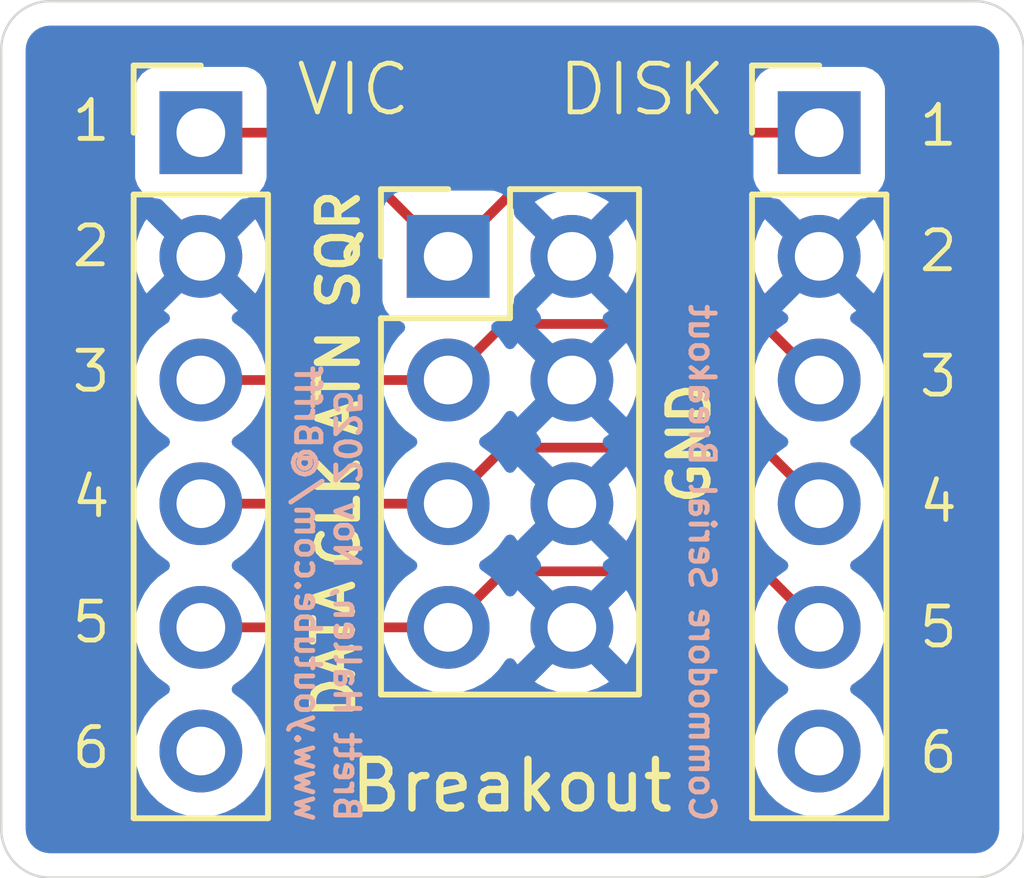
<source format=kicad_pcb>
(kicad_pcb (version 20241229) (generator "pcbnew") (generator_version "9.0")
  (title_block (title "Breakout Board for Commodore Serial Port") (date "6/NOV/2025") (rev "A") (company "Brett Hallen") (comment 1 "www.youtube.com/@Brfff"))
  (layers (0 "F.Cu" signal) (2 "B.Cu" signal) (13 "F.Paste" user) (15 "B.Paste" user) (5 "F.SilkS" user "F.Silkscreen") (7 "B.SilkS" user "B.Silkscreen") (1 "F.Mask" user) (3 "B.Mask" user) (25 "Edge.Cuts" user))
  (net 0 "")
  (net 2 "/SERIAL ATN I{slash}O")
  (net 3 "/GND")
  (net 4 "/SERIAL CLK I{slash}O")
  (net 5 "/SERIAL DATA I{slash}O")
  (net 6 "/SERIAL SRQ IN")
  (footprint "Connector_PinHeader_2.54mm:PinHeader_1x06_P2.54mm_Vertical" (layer "F.Cu") (at 65.1 47.22)
    (property "Reference" "J1" (hide yes))
    (property "Value" "VIC_Serial" (hide yes))
    (fp_line (start -1.38 -1.38) (end 0 -1.38) (stroke (width 0.12)) (layer "F.SilkS"))
    (fp_line (start -1.38 0) (end -1.38 -1.38) (stroke (width 0.12)) (layer "F.SilkS"))
    (fp_line (start -1.38 1.27) (end -1.38 14.08) (stroke (width 0.12)) (layer "F.SilkS"))
    (fp_line (start -1.38 1.27) (end 1.38 1.27) (stroke (width 0.12)) (layer "F.SilkS"))
    (fp_line (start -1.38 14.08) (end 1.38 14.08) (stroke (width 0.12)) (layer "F.SilkS"))
    (fp_line (start 1.38 1.27) (end 1.38 14.08) (stroke (width 0.12)) (layer "F.SilkS"))
    (pad "1" thru_hole rect (at 0 0) (size 1.7 1.7) (drill 1) (layers "*.Cu" "*.Mask") (net 6 "/SERIAL SRQ IN"))
    (pad "2" thru_hole circle (at 0 2.54) (size 1.7 1.7) (drill 1) (layers "*.Cu" "*.Mask") (net 3 "/GND"))
    (pad "3" thru_hole circle (at 0 5.08) (size 1.7 1.7) (drill 1) (layers "*.Cu" "*.Mask") (net 2 "/SERIAL ATN I{slash}O"))
    (pad "4" thru_hole circle (at 0 7.62) (size 1.7 1.7) (drill 1) (layers "*.Cu" "*.Mask") (net 4 "/SERIAL CLK I{slash}O"))
    (pad "5" thru_hole circle (at 0 10.16) (size 1.7 1.7) (drill 1) (layers "*.Cu" "*.Mask") (net 5 "/SERIAL DATA I{slash}O"))
    (pad "6" thru_hole circle (at 0 12.7) (size 1.7 1.7) (drill 1) (layers "*.Cu" "*.Mask"))
  )
  (footprint "Connector_PinHeader_2.54mm:PinHeader_1x06_P2.54mm_Vertical" (layer "F.Cu") (at 77.8 47.22)
    (property "Reference" "J2" (hide yes))
    (property "Value" "Disk_Serial" (hide yes))
    (fp_line (start -1.38 -1.38) (end 0 -1.38) (stroke (width 0.12)) (layer "F.SilkS"))
    (fp_line (start -1.38 0) (end -1.38 -1.38) (stroke (width 0.12)) (layer "F.SilkS"))
    (fp_line (start -1.38 1.27) (end -1.38 14.08) (stroke (width 0.12)) (layer "F.SilkS"))
    (fp_line (start -1.38 1.27) (end 1.38 1.27) (stroke (width 0.12)) (layer "F.SilkS"))
    (fp_line (start -1.38 14.08) (end 1.38 14.08) (stroke (width 0.12)) (layer "F.SilkS"))
    (fp_line (start 1.38 1.27) (end 1.38 14.08) (stroke (width 0.12)) (layer "F.SilkS"))
    (pad "1" thru_hole rect (at 0 0) (size 1.7 1.7) (drill 1) (layers "*.Cu" "*.Mask") (net 6 "/SERIAL SRQ IN"))
    (pad "2" thru_hole circle (at 0 2.54) (size 1.7 1.7) (drill 1) (layers "*.Cu" "*.Mask") (net 3 "/GND"))
    (pad "3" thru_hole circle (at 0 5.08) (size 1.7 1.7) (drill 1) (layers "*.Cu" "*.Mask") (net 2 "/SERIAL ATN I{slash}O"))
    (pad "4" thru_hole circle (at 0 7.62) (size 1.7 1.7) (drill 1) (layers "*.Cu" "*.Mask") (net 4 "/SERIAL CLK I{slash}O"))
    (pad "5" thru_hole circle (at 0 10.16) (size 1.7 1.7) (drill 1) (layers "*.Cu" "*.Mask") (net 5 "/SERIAL DATA I{slash}O"))
    (pad "6" thru_hole circle (at 0 12.7) (size 1.7 1.7) (drill 1) (layers "*.Cu" "*.Mask"))
  )
  (footprint "Connector_PinHeader_2.54mm:PinHeader_2x04_P2.54mm_Vertical" (layer "F.Cu") (at 70.18 49.76)
    (property "Reference" "J3" (hide yes))
    (property "Value" "Breakout" (hide yes))
    (fp_line (start -1.38 -1.38) (end 0 -1.38) (stroke (width 0.12)) (layer "F.SilkS"))
    (fp_line (start -1.38 0) (end -1.38 -1.38) (stroke (width 0.12)) (layer "F.SilkS"))
    (fp_line (start -1.38 1.27) (end -1.38 9) (stroke (width 0.12)) (layer "F.SilkS"))
    (fp_line (start -1.38 1.27) (end 1.27 1.27) (stroke (width 0.12)) (layer "F.SilkS"))
    (fp_line (start -1.38 9) (end 3.92 9) (stroke (width 0.12)) (layer "F.SilkS"))
    (fp_line (start 1.27 -1.38) (end 3.92 -1.38) (stroke (width 0.12)) (layer "F.SilkS"))
    (fp_line (start 1.27 1.27) (end 1.27 -1.38) (stroke (width 0.12)) (layer "F.SilkS"))
    (fp_line (start 3.92 -1.38) (end 3.92 9) (stroke (width 0.12)) (layer "F.SilkS"))
    (pad "1" thru_hole rect (at 0 0) (size 1.7 1.7) (drill 1) (layers "*.Cu" "*.Mask") (net 6 "/SERIAL SRQ IN"))
    (pad "2" thru_hole circle (at 2.54 0) (size 1.7 1.7) (drill 1) (layers "*.Cu" "*.Mask") (net 3 "/GND"))
    (pad "3" thru_hole circle (at 0 2.54) (size 1.7 1.7) (drill 1) (layers "*.Cu" "*.Mask") (net 2 "/SERIAL ATN I{slash}O"))
    (pad "4" thru_hole circle (at 2.54 2.54) (size 1.7 1.7) (drill 1) (layers "*.Cu" "*.Mask") (net 3 "/GND"))
    (pad "5" thru_hole circle (at 0 5.08) (size 1.7 1.7) (drill 1) (layers "*.Cu" "*.Mask") (net 4 "/SERIAL CLK I{slash}O"))
    (pad "6" thru_hole circle (at 2.54 5.08) (size 1.7 1.7) (drill 1) (layers "*.Cu" "*.Mask") (net 3 "/GND"))
    (pad "7" thru_hole circle (at 0 7.62) (size 1.7 1.7) (drill 1) (layers "*.Cu" "*.Mask") (net 5 "/SERIAL DATA I{slash}O"))
    (pad "8" thru_hole circle (at 2.54 7.62) (size 1.7 1.7) (drill 1) (layers "*.Cu" "*.Mask") (net 3 "/GND"))
  )
  (gr_arc (start 62 62.52) (mid 61.292893 62.227107) (end 61 61.52) (stroke (width 0.05)) (layer "Edge.Cuts"))
  (gr_arc (start 82 61.52) (mid 81.707107 62.227107) (end 81 62.52) (stroke (width 0.05)) (layer "Edge.Cuts"))
  (gr_arc (start 81 44.52) (mid 81.707107 44.812893) (end 82 45.52) (stroke (width 0.05)) (layer "Edge.Cuts"))
  (gr_line (start 81 62.52) (end 62 62.52) (stroke (width 0.05)) (layer "Edge.Cuts"))
  (gr_line (start 82 45.52) (end 82 61.52) (stroke (width 0.05)) (layer "Edge.Cuts"))
  (gr_line (start 62 44.52) (end 81 44.52) (stroke (width 0.05)) (layer "Edge.Cuts"))
  (gr_arc (start 61 45.52) (mid 61.292893 44.812893) (end 62 44.52) (stroke (width 0.05)) (layer "Edge.Cuts"))
  (gr_line (start 61 61.52) (end 61 45.52) (stroke (width 0.05)) (layer "Edge.Cuts"))
  (gr_text "CLK" (at 68.4 56.22 90) (layer "F.SilkS") (effects (font (size 0.8 0.8) (thickness 0.15) (bold yes)) (justify left bottom)))
  (gr_text "SQR" (at 68.4 50.92 90) (layer "F.SilkS") (effects (font (size 0.8 0.8) (thickness 0.15) (bold yes)) (justify left bottom)))
  (gr_text "ATN" (at 68.4 53.52 90) (layer "F.SilkS") (effects (font (size 0.8 0.8) (thickness 0.15) (bold yes)) (justify left bottom)))
  (gr_text "1\n\n2\n\n3\n\n4\n\n5\n\n6" (at 62.4 60.32 0) (layer "F.SilkS") (effects (font (size 0.8 0.8) (thickness 0.1)) (justify left bottom)))
  (gr_text "DATA" (at 68.3 59.32 90) (layer "F.SilkS") (effects (font (size 0.8 0.8) (thickness 0.15) (bold yes)) (justify left bottom)))
  (gr_text "VIC    DISK" (at 67 46.92 0) (layer "F.SilkS") (effects (font (size 1 1) (thickness 0.1)) (justify left bottom)))
  (gr_text "1\n\n2\n\n3\n\n4\n\n5\n\n6" (at 79.8 60.42 0) (layer "F.SilkS") (effects (font (size 0.8 0.8) (thickness 0.1)) (justify left bottom)))
  (gr_text "GND" (at 75.6 54.92 90) (layer "F.SilkS") (effects (font (size 0.8 0.8) (thickness 0.15) (bold yes)) (justify left bottom)))
  (gr_text "Breakout" (at 68.1 61.22 0) (layer "F.SilkS") (effects (font (size 1 1)) (justify left bottom)))
  (gr_text "Commodore Serial Breakout" (at 75.1 61.42 270) (layer "B.SilkS") (effects (font (size 0.5 0.5) (thickness 0.1)) (justify left bottom mirror)))
  (gr_text "Brett Hallen, Nov 2025\nwww.youtube.com/@Brfff" (at 67 61.42 270) (layer "B.SilkS") (effects (font (size 0.5 0.5) (thickness 0.1)) (justify left bottom mirror)))
  (segment (start 76.649 51.149) (end 77.8 52.3) (width 0.2) (layer "F.Cu") (net 2))
  (segment (start 65.1 52.3) (end 70.18 52.3) (width 0.2) (layer "F.Cu") (net 2))
  (segment (start 70.18 52.3) (end 71.331 51.149) (width 0.2) (layer "F.Cu") (net 2))
  (segment (start 71.331 51.149) (end 76.649 51.149) (width 0.2) (layer "F.Cu") (net 2))
  (segment (start 76.649 53.689) (end 77.8 54.84) (width 0.2) (layer "F.Cu") (net 4))
  (segment (start 71.331 53.689) (end 76.649 53.689) (width 0.2) (layer "F.Cu") (net 4))
  (segment (start 65.1 54.84) (end 70.18 54.84) (width 0.2) (layer "F.Cu") (net 4))
  (segment (start 70.18 54.84) (end 71.331 53.689) (width 0.2) (layer "F.Cu") (net 4))
  (segment (start 65.1 57.38) (end 70.18 57.38) (width 0.2) (layer "F.Cu") (net 5))
  (segment (start 71.331 56.229) (end 76.649 56.229) (width 0.2) (layer "F.Cu") (net 5))
  (segment (start 70.18 57.38) (end 71.331 56.229) (width 0.2) (layer "F.Cu") (net 5))
  (segment (start 76.649 56.229) (end 77.8 57.38) (width 0.2) (layer "F.Cu") (net 5))
  (segment (start 72.72 47.22) (end 77.8 47.22) (width 0.2) (layer "F.Cu") (net 6))
  (segment (start 70.18 49.76) (end 72.72 47.22) (width 0.2) (layer "F.Cu") (net 6))
  (segment (start 65.1 47.22) (end 67.64 47.22) (width 0.2) (layer "F.Cu") (net 6))
  (segment (start 67.64 47.22) (end 70.18 49.76) (width 0.2) (layer "F.Cu") (net 6))
  (zone (net 3) (net_name "/GND") (layer "B.Cu") (connect_pads (clearance 0.5)) (min_thickness 0.25) (fill yes (thermal_gap 0.5) (thermal_bridge_width 0.5))
    (polygon (pts (xy 61 44.52) (xy 82 44.52) (xy 82 62.52) (xy 61 62.42)))
  )
)
</source>
